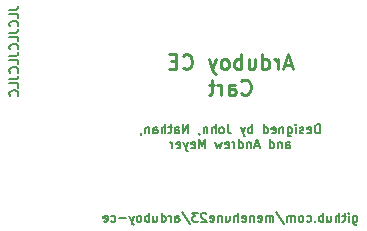
<source format=gbr>
G04 #@! TF.GenerationSoftware,KiCad,Pcbnew,(5.1.9-0-10_14)*
G04 #@! TF.CreationDate,2021-03-08T07:24:15-08:00*
G04 #@! TF.ProjectId,cart,63617274-2e6b-4696-9361-645f70636258,1.0-dev0*
G04 #@! TF.SameCoordinates,Original*
G04 #@! TF.FileFunction,Legend,Bot*
G04 #@! TF.FilePolarity,Positive*
%FSLAX46Y46*%
G04 Gerber Fmt 4.6, Leading zero omitted, Abs format (unit mm)*
G04 Created by KiCad (PCBNEW (5.1.9-0-10_14)) date 2021-03-08 07:24:15*
%MOMM*%
%LPD*%
G01*
G04 APERTURE LIST*
%ADD10C,0.127000*%
%ADD11C,0.254000*%
G04 APERTURE END LIST*
D10*
X120994714Y-104684285D02*
X121539000Y-104684285D01*
X121647857Y-104648000D01*
X121720428Y-104575428D01*
X121756714Y-104466571D01*
X121756714Y-104394000D01*
X121756714Y-105410000D02*
X121756714Y-105047142D01*
X120994714Y-105047142D01*
X121684142Y-106099428D02*
X121720428Y-106063142D01*
X121756714Y-105954285D01*
X121756714Y-105881714D01*
X121720428Y-105772857D01*
X121647857Y-105700285D01*
X121575285Y-105664000D01*
X121430142Y-105627714D01*
X121321285Y-105627714D01*
X121176142Y-105664000D01*
X121103571Y-105700285D01*
X121031000Y-105772857D01*
X120994714Y-105881714D01*
X120994714Y-105954285D01*
X121031000Y-106063142D01*
X121067285Y-106099428D01*
X120994714Y-106643714D02*
X121539000Y-106643714D01*
X121647857Y-106607428D01*
X121720428Y-106534857D01*
X121756714Y-106426000D01*
X121756714Y-106353428D01*
X121756714Y-107369428D02*
X121756714Y-107006571D01*
X120994714Y-107006571D01*
X121684142Y-108058857D02*
X121720428Y-108022571D01*
X121756714Y-107913714D01*
X121756714Y-107841142D01*
X121720428Y-107732285D01*
X121647857Y-107659714D01*
X121575285Y-107623428D01*
X121430142Y-107587142D01*
X121321285Y-107587142D01*
X121176142Y-107623428D01*
X121103571Y-107659714D01*
X121031000Y-107732285D01*
X120994714Y-107841142D01*
X120994714Y-107913714D01*
X121031000Y-108022571D01*
X121067285Y-108058857D01*
X120994714Y-108603142D02*
X121539000Y-108603142D01*
X121647857Y-108566857D01*
X121720428Y-108494285D01*
X121756714Y-108385428D01*
X121756714Y-108312857D01*
X121756714Y-109328857D02*
X121756714Y-108966000D01*
X120994714Y-108966000D01*
X121684142Y-110018285D02*
X121720428Y-109982000D01*
X121756714Y-109873142D01*
X121756714Y-109800571D01*
X121720428Y-109691714D01*
X121647857Y-109619142D01*
X121575285Y-109582857D01*
X121430142Y-109546571D01*
X121321285Y-109546571D01*
X121176142Y-109582857D01*
X121103571Y-109619142D01*
X121031000Y-109691714D01*
X120994714Y-109800571D01*
X120994714Y-109873142D01*
X121031000Y-109982000D01*
X121067285Y-110018285D01*
X120994714Y-110562571D02*
X121539000Y-110562571D01*
X121647857Y-110526285D01*
X121720428Y-110453714D01*
X121756714Y-110344857D01*
X121756714Y-110272285D01*
X121756714Y-111288285D02*
X121756714Y-110925428D01*
X120994714Y-110925428D01*
X121684142Y-111977714D02*
X121720428Y-111941428D01*
X121756714Y-111832571D01*
X121756714Y-111760000D01*
X121720428Y-111651142D01*
X121647857Y-111578571D01*
X121575285Y-111542285D01*
X121430142Y-111506000D01*
X121321285Y-111506000D01*
X121176142Y-111542285D01*
X121103571Y-111578571D01*
X121031000Y-111651142D01*
X120994714Y-111760000D01*
X120994714Y-111832571D01*
X121031000Y-111941428D01*
X121067285Y-111977714D01*
X150095857Y-122137714D02*
X150095857Y-122754571D01*
X150132142Y-122827142D01*
X150168428Y-122863428D01*
X150241000Y-122899714D01*
X150349857Y-122899714D01*
X150422428Y-122863428D01*
X150095857Y-122609428D02*
X150168428Y-122645714D01*
X150313571Y-122645714D01*
X150386142Y-122609428D01*
X150422428Y-122573142D01*
X150458714Y-122500571D01*
X150458714Y-122282857D01*
X150422428Y-122210285D01*
X150386142Y-122174000D01*
X150313571Y-122137714D01*
X150168428Y-122137714D01*
X150095857Y-122174000D01*
X149733000Y-122645714D02*
X149733000Y-122137714D01*
X149733000Y-121883714D02*
X149769285Y-121920000D01*
X149733000Y-121956285D01*
X149696714Y-121920000D01*
X149733000Y-121883714D01*
X149733000Y-121956285D01*
X149479000Y-122137714D02*
X149188714Y-122137714D01*
X149370142Y-121883714D02*
X149370142Y-122536857D01*
X149333857Y-122609428D01*
X149261285Y-122645714D01*
X149188714Y-122645714D01*
X148934714Y-122645714D02*
X148934714Y-121883714D01*
X148608142Y-122645714D02*
X148608142Y-122246571D01*
X148644428Y-122174000D01*
X148717000Y-122137714D01*
X148825857Y-122137714D01*
X148898428Y-122174000D01*
X148934714Y-122210285D01*
X147918714Y-122137714D02*
X147918714Y-122645714D01*
X148245285Y-122137714D02*
X148245285Y-122536857D01*
X148209000Y-122609428D01*
X148136428Y-122645714D01*
X148027571Y-122645714D01*
X147955000Y-122609428D01*
X147918714Y-122573142D01*
X147555857Y-122645714D02*
X147555857Y-121883714D01*
X147555857Y-122174000D02*
X147483285Y-122137714D01*
X147338142Y-122137714D01*
X147265571Y-122174000D01*
X147229285Y-122210285D01*
X147193000Y-122282857D01*
X147193000Y-122500571D01*
X147229285Y-122573142D01*
X147265571Y-122609428D01*
X147338142Y-122645714D01*
X147483285Y-122645714D01*
X147555857Y-122609428D01*
X146866428Y-122573142D02*
X146830142Y-122609428D01*
X146866428Y-122645714D01*
X146902714Y-122609428D01*
X146866428Y-122573142D01*
X146866428Y-122645714D01*
X146177000Y-122609428D02*
X146249571Y-122645714D01*
X146394714Y-122645714D01*
X146467285Y-122609428D01*
X146503571Y-122573142D01*
X146539857Y-122500571D01*
X146539857Y-122282857D01*
X146503571Y-122210285D01*
X146467285Y-122174000D01*
X146394714Y-122137714D01*
X146249571Y-122137714D01*
X146177000Y-122174000D01*
X145741571Y-122645714D02*
X145814142Y-122609428D01*
X145850428Y-122573142D01*
X145886714Y-122500571D01*
X145886714Y-122282857D01*
X145850428Y-122210285D01*
X145814142Y-122174000D01*
X145741571Y-122137714D01*
X145632714Y-122137714D01*
X145560142Y-122174000D01*
X145523857Y-122210285D01*
X145487571Y-122282857D01*
X145487571Y-122500571D01*
X145523857Y-122573142D01*
X145560142Y-122609428D01*
X145632714Y-122645714D01*
X145741571Y-122645714D01*
X145161000Y-122645714D02*
X145161000Y-122137714D01*
X145161000Y-122210285D02*
X145124714Y-122174000D01*
X145052142Y-122137714D01*
X144943285Y-122137714D01*
X144870714Y-122174000D01*
X144834428Y-122246571D01*
X144834428Y-122645714D01*
X144834428Y-122246571D02*
X144798142Y-122174000D01*
X144725571Y-122137714D01*
X144616714Y-122137714D01*
X144544142Y-122174000D01*
X144507857Y-122246571D01*
X144507857Y-122645714D01*
X143600714Y-121847428D02*
X144253857Y-122827142D01*
X143346714Y-122645714D02*
X143346714Y-122137714D01*
X143346714Y-122210285D02*
X143310428Y-122174000D01*
X143237857Y-122137714D01*
X143129000Y-122137714D01*
X143056428Y-122174000D01*
X143020142Y-122246571D01*
X143020142Y-122645714D01*
X143020142Y-122246571D02*
X142983857Y-122174000D01*
X142911285Y-122137714D01*
X142802428Y-122137714D01*
X142729857Y-122174000D01*
X142693571Y-122246571D01*
X142693571Y-122645714D01*
X142040428Y-122609428D02*
X142113000Y-122645714D01*
X142258142Y-122645714D01*
X142330714Y-122609428D01*
X142367000Y-122536857D01*
X142367000Y-122246571D01*
X142330714Y-122174000D01*
X142258142Y-122137714D01*
X142113000Y-122137714D01*
X142040428Y-122174000D01*
X142004142Y-122246571D01*
X142004142Y-122319142D01*
X142367000Y-122391714D01*
X141677571Y-122137714D02*
X141677571Y-122645714D01*
X141677571Y-122210285D02*
X141641285Y-122174000D01*
X141568714Y-122137714D01*
X141459857Y-122137714D01*
X141387285Y-122174000D01*
X141351000Y-122246571D01*
X141351000Y-122645714D01*
X140697857Y-122609428D02*
X140770428Y-122645714D01*
X140915571Y-122645714D01*
X140988142Y-122609428D01*
X141024428Y-122536857D01*
X141024428Y-122246571D01*
X140988142Y-122174000D01*
X140915571Y-122137714D01*
X140770428Y-122137714D01*
X140697857Y-122174000D01*
X140661571Y-122246571D01*
X140661571Y-122319142D01*
X141024428Y-122391714D01*
X140335000Y-122645714D02*
X140335000Y-121883714D01*
X140008428Y-122645714D02*
X140008428Y-122246571D01*
X140044714Y-122174000D01*
X140117285Y-122137714D01*
X140226142Y-122137714D01*
X140298714Y-122174000D01*
X140335000Y-122210285D01*
X139319000Y-122137714D02*
X139319000Y-122645714D01*
X139645571Y-122137714D02*
X139645571Y-122536857D01*
X139609285Y-122609428D01*
X139536714Y-122645714D01*
X139427857Y-122645714D01*
X139355285Y-122609428D01*
X139319000Y-122573142D01*
X138956142Y-122137714D02*
X138956142Y-122645714D01*
X138956142Y-122210285D02*
X138919857Y-122174000D01*
X138847285Y-122137714D01*
X138738428Y-122137714D01*
X138665857Y-122174000D01*
X138629571Y-122246571D01*
X138629571Y-122645714D01*
X137976428Y-122609428D02*
X138049000Y-122645714D01*
X138194142Y-122645714D01*
X138266714Y-122609428D01*
X138303000Y-122536857D01*
X138303000Y-122246571D01*
X138266714Y-122174000D01*
X138194142Y-122137714D01*
X138049000Y-122137714D01*
X137976428Y-122174000D01*
X137940142Y-122246571D01*
X137940142Y-122319142D01*
X138303000Y-122391714D01*
X137649857Y-121956285D02*
X137613571Y-121920000D01*
X137541000Y-121883714D01*
X137359571Y-121883714D01*
X137287000Y-121920000D01*
X137250714Y-121956285D01*
X137214428Y-122028857D01*
X137214428Y-122101428D01*
X137250714Y-122210285D01*
X137686142Y-122645714D01*
X137214428Y-122645714D01*
X136960428Y-121883714D02*
X136488714Y-121883714D01*
X136742714Y-122174000D01*
X136633857Y-122174000D01*
X136561285Y-122210285D01*
X136525000Y-122246571D01*
X136488714Y-122319142D01*
X136488714Y-122500571D01*
X136525000Y-122573142D01*
X136561285Y-122609428D01*
X136633857Y-122645714D01*
X136851571Y-122645714D01*
X136924142Y-122609428D01*
X136960428Y-122573142D01*
X135617857Y-121847428D02*
X136271000Y-122827142D01*
X135037285Y-122645714D02*
X135037285Y-122246571D01*
X135073571Y-122174000D01*
X135146142Y-122137714D01*
X135291285Y-122137714D01*
X135363857Y-122174000D01*
X135037285Y-122609428D02*
X135109857Y-122645714D01*
X135291285Y-122645714D01*
X135363857Y-122609428D01*
X135400142Y-122536857D01*
X135400142Y-122464285D01*
X135363857Y-122391714D01*
X135291285Y-122355428D01*
X135109857Y-122355428D01*
X135037285Y-122319142D01*
X134674428Y-122645714D02*
X134674428Y-122137714D01*
X134674428Y-122282857D02*
X134638142Y-122210285D01*
X134601857Y-122174000D01*
X134529285Y-122137714D01*
X134456714Y-122137714D01*
X133876142Y-122645714D02*
X133876142Y-121883714D01*
X133876142Y-122609428D02*
X133948714Y-122645714D01*
X134093857Y-122645714D01*
X134166428Y-122609428D01*
X134202714Y-122573142D01*
X134239000Y-122500571D01*
X134239000Y-122282857D01*
X134202714Y-122210285D01*
X134166428Y-122174000D01*
X134093857Y-122137714D01*
X133948714Y-122137714D01*
X133876142Y-122174000D01*
X133186714Y-122137714D02*
X133186714Y-122645714D01*
X133513285Y-122137714D02*
X133513285Y-122536857D01*
X133477000Y-122609428D01*
X133404428Y-122645714D01*
X133295571Y-122645714D01*
X133223000Y-122609428D01*
X133186714Y-122573142D01*
X132823857Y-122645714D02*
X132823857Y-121883714D01*
X132823857Y-122174000D02*
X132751285Y-122137714D01*
X132606142Y-122137714D01*
X132533571Y-122174000D01*
X132497285Y-122210285D01*
X132461000Y-122282857D01*
X132461000Y-122500571D01*
X132497285Y-122573142D01*
X132533571Y-122609428D01*
X132606142Y-122645714D01*
X132751285Y-122645714D01*
X132823857Y-122609428D01*
X132025571Y-122645714D02*
X132098142Y-122609428D01*
X132134428Y-122573142D01*
X132170714Y-122500571D01*
X132170714Y-122282857D01*
X132134428Y-122210285D01*
X132098142Y-122174000D01*
X132025571Y-122137714D01*
X131916714Y-122137714D01*
X131844142Y-122174000D01*
X131807857Y-122210285D01*
X131771571Y-122282857D01*
X131771571Y-122500571D01*
X131807857Y-122573142D01*
X131844142Y-122609428D01*
X131916714Y-122645714D01*
X132025571Y-122645714D01*
X131517571Y-122137714D02*
X131336142Y-122645714D01*
X131154714Y-122137714D02*
X131336142Y-122645714D01*
X131408714Y-122827142D01*
X131445000Y-122863428D01*
X131517571Y-122899714D01*
X130864428Y-122355428D02*
X130283857Y-122355428D01*
X129594428Y-122609428D02*
X129667000Y-122645714D01*
X129812142Y-122645714D01*
X129884714Y-122609428D01*
X129921000Y-122573142D01*
X129957285Y-122500571D01*
X129957285Y-122282857D01*
X129921000Y-122210285D01*
X129884714Y-122174000D01*
X129812142Y-122137714D01*
X129667000Y-122137714D01*
X129594428Y-122174000D01*
X128977571Y-122609428D02*
X129050142Y-122645714D01*
X129195285Y-122645714D01*
X129267857Y-122609428D01*
X129304142Y-122536857D01*
X129304142Y-122246571D01*
X129267857Y-122174000D01*
X129195285Y-122137714D01*
X129050142Y-122137714D01*
X128977571Y-122174000D01*
X128941285Y-122246571D01*
X128941285Y-122319142D01*
X129304142Y-122391714D01*
X147265571Y-115152714D02*
X147265571Y-114390714D01*
X147084142Y-114390714D01*
X146975285Y-114427000D01*
X146902714Y-114499571D01*
X146866428Y-114572142D01*
X146830142Y-114717285D01*
X146830142Y-114826142D01*
X146866428Y-114971285D01*
X146902714Y-115043857D01*
X146975285Y-115116428D01*
X147084142Y-115152714D01*
X147265571Y-115152714D01*
X146213285Y-115116428D02*
X146285857Y-115152714D01*
X146431000Y-115152714D01*
X146503571Y-115116428D01*
X146539857Y-115043857D01*
X146539857Y-114753571D01*
X146503571Y-114681000D01*
X146431000Y-114644714D01*
X146285857Y-114644714D01*
X146213285Y-114681000D01*
X146177000Y-114753571D01*
X146177000Y-114826142D01*
X146539857Y-114898714D01*
X145886714Y-115116428D02*
X145814142Y-115152714D01*
X145669000Y-115152714D01*
X145596428Y-115116428D01*
X145560142Y-115043857D01*
X145560142Y-115007571D01*
X145596428Y-114935000D01*
X145669000Y-114898714D01*
X145777857Y-114898714D01*
X145850428Y-114862428D01*
X145886714Y-114789857D01*
X145886714Y-114753571D01*
X145850428Y-114681000D01*
X145777857Y-114644714D01*
X145669000Y-114644714D01*
X145596428Y-114681000D01*
X145233571Y-115152714D02*
X145233571Y-114644714D01*
X145233571Y-114390714D02*
X145269857Y-114427000D01*
X145233571Y-114463285D01*
X145197285Y-114427000D01*
X145233571Y-114390714D01*
X145233571Y-114463285D01*
X144544142Y-114644714D02*
X144544142Y-115261571D01*
X144580428Y-115334142D01*
X144616714Y-115370428D01*
X144689285Y-115406714D01*
X144798142Y-115406714D01*
X144870714Y-115370428D01*
X144544142Y-115116428D02*
X144616714Y-115152714D01*
X144761857Y-115152714D01*
X144834428Y-115116428D01*
X144870714Y-115080142D01*
X144907000Y-115007571D01*
X144907000Y-114789857D01*
X144870714Y-114717285D01*
X144834428Y-114681000D01*
X144761857Y-114644714D01*
X144616714Y-114644714D01*
X144544142Y-114681000D01*
X144181285Y-114644714D02*
X144181285Y-115152714D01*
X144181285Y-114717285D02*
X144145000Y-114681000D01*
X144072428Y-114644714D01*
X143963571Y-114644714D01*
X143891000Y-114681000D01*
X143854714Y-114753571D01*
X143854714Y-115152714D01*
X143201571Y-115116428D02*
X143274142Y-115152714D01*
X143419285Y-115152714D01*
X143491857Y-115116428D01*
X143528142Y-115043857D01*
X143528142Y-114753571D01*
X143491857Y-114681000D01*
X143419285Y-114644714D01*
X143274142Y-114644714D01*
X143201571Y-114681000D01*
X143165285Y-114753571D01*
X143165285Y-114826142D01*
X143528142Y-114898714D01*
X142512142Y-115152714D02*
X142512142Y-114390714D01*
X142512142Y-115116428D02*
X142584714Y-115152714D01*
X142729857Y-115152714D01*
X142802428Y-115116428D01*
X142838714Y-115080142D01*
X142875000Y-115007571D01*
X142875000Y-114789857D01*
X142838714Y-114717285D01*
X142802428Y-114681000D01*
X142729857Y-114644714D01*
X142584714Y-114644714D01*
X142512142Y-114681000D01*
X141568714Y-115152714D02*
X141568714Y-114390714D01*
X141568714Y-114681000D02*
X141496142Y-114644714D01*
X141351000Y-114644714D01*
X141278428Y-114681000D01*
X141242142Y-114717285D01*
X141205857Y-114789857D01*
X141205857Y-115007571D01*
X141242142Y-115080142D01*
X141278428Y-115116428D01*
X141351000Y-115152714D01*
X141496142Y-115152714D01*
X141568714Y-115116428D01*
X140951857Y-114644714D02*
X140770428Y-115152714D01*
X140589000Y-114644714D02*
X140770428Y-115152714D01*
X140843000Y-115334142D01*
X140879285Y-115370428D01*
X140951857Y-115406714D01*
X139500428Y-114390714D02*
X139500428Y-114935000D01*
X139536714Y-115043857D01*
X139609285Y-115116428D01*
X139718142Y-115152714D01*
X139790714Y-115152714D01*
X139028714Y-115152714D02*
X139101285Y-115116428D01*
X139137571Y-115080142D01*
X139173857Y-115007571D01*
X139173857Y-114789857D01*
X139137571Y-114717285D01*
X139101285Y-114681000D01*
X139028714Y-114644714D01*
X138919857Y-114644714D01*
X138847285Y-114681000D01*
X138811000Y-114717285D01*
X138774714Y-114789857D01*
X138774714Y-115007571D01*
X138811000Y-115080142D01*
X138847285Y-115116428D01*
X138919857Y-115152714D01*
X139028714Y-115152714D01*
X138448142Y-115152714D02*
X138448142Y-114390714D01*
X138121571Y-115152714D02*
X138121571Y-114753571D01*
X138157857Y-114681000D01*
X138230428Y-114644714D01*
X138339285Y-114644714D01*
X138411857Y-114681000D01*
X138448142Y-114717285D01*
X137758714Y-114644714D02*
X137758714Y-115152714D01*
X137758714Y-114717285D02*
X137722428Y-114681000D01*
X137649857Y-114644714D01*
X137541000Y-114644714D01*
X137468428Y-114681000D01*
X137432142Y-114753571D01*
X137432142Y-115152714D01*
X137033000Y-115116428D02*
X137033000Y-115152714D01*
X137069285Y-115225285D01*
X137105571Y-115261571D01*
X136125857Y-115152714D02*
X136125857Y-114390714D01*
X135690428Y-115152714D01*
X135690428Y-114390714D01*
X135001000Y-115152714D02*
X135001000Y-114753571D01*
X135037285Y-114681000D01*
X135109857Y-114644714D01*
X135255000Y-114644714D01*
X135327571Y-114681000D01*
X135001000Y-115116428D02*
X135073571Y-115152714D01*
X135255000Y-115152714D01*
X135327571Y-115116428D01*
X135363857Y-115043857D01*
X135363857Y-114971285D01*
X135327571Y-114898714D01*
X135255000Y-114862428D01*
X135073571Y-114862428D01*
X135001000Y-114826142D01*
X134747000Y-114644714D02*
X134456714Y-114644714D01*
X134638142Y-114390714D02*
X134638142Y-115043857D01*
X134601857Y-115116428D01*
X134529285Y-115152714D01*
X134456714Y-115152714D01*
X134202714Y-115152714D02*
X134202714Y-114390714D01*
X133876142Y-115152714D02*
X133876142Y-114753571D01*
X133912428Y-114681000D01*
X133985000Y-114644714D01*
X134093857Y-114644714D01*
X134166428Y-114681000D01*
X134202714Y-114717285D01*
X133186714Y-115152714D02*
X133186714Y-114753571D01*
X133223000Y-114681000D01*
X133295571Y-114644714D01*
X133440714Y-114644714D01*
X133513285Y-114681000D01*
X133186714Y-115116428D02*
X133259285Y-115152714D01*
X133440714Y-115152714D01*
X133513285Y-115116428D01*
X133549571Y-115043857D01*
X133549571Y-114971285D01*
X133513285Y-114898714D01*
X133440714Y-114862428D01*
X133259285Y-114862428D01*
X133186714Y-114826142D01*
X132823857Y-114644714D02*
X132823857Y-115152714D01*
X132823857Y-114717285D02*
X132787571Y-114681000D01*
X132715000Y-114644714D01*
X132606142Y-114644714D01*
X132533571Y-114681000D01*
X132497285Y-114753571D01*
X132497285Y-115152714D01*
X132098142Y-115116428D02*
X132098142Y-115152714D01*
X132134428Y-115225285D01*
X132170714Y-115261571D01*
X144399000Y-116422714D02*
X144399000Y-116023571D01*
X144435285Y-115951000D01*
X144507857Y-115914714D01*
X144653000Y-115914714D01*
X144725571Y-115951000D01*
X144399000Y-116386428D02*
X144471571Y-116422714D01*
X144653000Y-116422714D01*
X144725571Y-116386428D01*
X144761857Y-116313857D01*
X144761857Y-116241285D01*
X144725571Y-116168714D01*
X144653000Y-116132428D01*
X144471571Y-116132428D01*
X144399000Y-116096142D01*
X144036142Y-115914714D02*
X144036142Y-116422714D01*
X144036142Y-115987285D02*
X143999857Y-115951000D01*
X143927285Y-115914714D01*
X143818428Y-115914714D01*
X143745857Y-115951000D01*
X143709571Y-116023571D01*
X143709571Y-116422714D01*
X143020142Y-116422714D02*
X143020142Y-115660714D01*
X143020142Y-116386428D02*
X143092714Y-116422714D01*
X143237857Y-116422714D01*
X143310428Y-116386428D01*
X143346714Y-116350142D01*
X143383000Y-116277571D01*
X143383000Y-116059857D01*
X143346714Y-115987285D01*
X143310428Y-115951000D01*
X143237857Y-115914714D01*
X143092714Y-115914714D01*
X143020142Y-115951000D01*
X142113000Y-116205000D02*
X141750142Y-116205000D01*
X142185571Y-116422714D02*
X141931571Y-115660714D01*
X141677571Y-116422714D01*
X141423571Y-115914714D02*
X141423571Y-116422714D01*
X141423571Y-115987285D02*
X141387285Y-115951000D01*
X141314714Y-115914714D01*
X141205857Y-115914714D01*
X141133285Y-115951000D01*
X141097000Y-116023571D01*
X141097000Y-116422714D01*
X140407571Y-116422714D02*
X140407571Y-115660714D01*
X140407571Y-116386428D02*
X140480142Y-116422714D01*
X140625285Y-116422714D01*
X140697857Y-116386428D01*
X140734142Y-116350142D01*
X140770428Y-116277571D01*
X140770428Y-116059857D01*
X140734142Y-115987285D01*
X140697857Y-115951000D01*
X140625285Y-115914714D01*
X140480142Y-115914714D01*
X140407571Y-115951000D01*
X140044714Y-116422714D02*
X140044714Y-115914714D01*
X140044714Y-116059857D02*
X140008428Y-115987285D01*
X139972142Y-115951000D01*
X139899571Y-115914714D01*
X139827000Y-115914714D01*
X139282714Y-116386428D02*
X139355285Y-116422714D01*
X139500428Y-116422714D01*
X139573000Y-116386428D01*
X139609285Y-116313857D01*
X139609285Y-116023571D01*
X139573000Y-115951000D01*
X139500428Y-115914714D01*
X139355285Y-115914714D01*
X139282714Y-115951000D01*
X139246428Y-116023571D01*
X139246428Y-116096142D01*
X139609285Y-116168714D01*
X138992428Y-115914714D02*
X138847285Y-116422714D01*
X138702142Y-116059857D01*
X138557000Y-116422714D01*
X138411857Y-115914714D01*
X137541000Y-116422714D02*
X137541000Y-115660714D01*
X137287000Y-116205000D01*
X137033000Y-115660714D01*
X137033000Y-116422714D01*
X136379857Y-116386428D02*
X136452428Y-116422714D01*
X136597571Y-116422714D01*
X136670142Y-116386428D01*
X136706428Y-116313857D01*
X136706428Y-116023571D01*
X136670142Y-115951000D01*
X136597571Y-115914714D01*
X136452428Y-115914714D01*
X136379857Y-115951000D01*
X136343571Y-116023571D01*
X136343571Y-116096142D01*
X136706428Y-116168714D01*
X136089571Y-115914714D02*
X135908142Y-116422714D01*
X135726714Y-115914714D02*
X135908142Y-116422714D01*
X135980714Y-116604142D01*
X136017000Y-116640428D01*
X136089571Y-116676714D01*
X135146142Y-116386428D02*
X135218714Y-116422714D01*
X135363857Y-116422714D01*
X135436428Y-116386428D01*
X135472714Y-116313857D01*
X135472714Y-116023571D01*
X135436428Y-115951000D01*
X135363857Y-115914714D01*
X135218714Y-115914714D01*
X135146142Y-115951000D01*
X135109857Y-116023571D01*
X135109857Y-116096142D01*
X135472714Y-116168714D01*
X134783285Y-116422714D02*
X134783285Y-115914714D01*
X134783285Y-116059857D02*
X134747000Y-115987285D01*
X134710714Y-115951000D01*
X134638142Y-115914714D01*
X134565571Y-115914714D01*
D11*
X144870714Y-109368166D02*
X144265952Y-109368166D01*
X144991666Y-109731023D02*
X144568333Y-108461023D01*
X144145000Y-109731023D01*
X143721666Y-109731023D02*
X143721666Y-108884357D01*
X143721666Y-109126261D02*
X143661190Y-109005309D01*
X143600714Y-108944833D01*
X143479761Y-108884357D01*
X143358809Y-108884357D01*
X142391190Y-109731023D02*
X142391190Y-108461023D01*
X142391190Y-109670547D02*
X142512142Y-109731023D01*
X142754047Y-109731023D01*
X142875000Y-109670547D01*
X142935476Y-109610071D01*
X142995952Y-109489119D01*
X142995952Y-109126261D01*
X142935476Y-109005309D01*
X142875000Y-108944833D01*
X142754047Y-108884357D01*
X142512142Y-108884357D01*
X142391190Y-108944833D01*
X141242142Y-108884357D02*
X141242142Y-109731023D01*
X141786428Y-108884357D02*
X141786428Y-109549595D01*
X141725952Y-109670547D01*
X141605000Y-109731023D01*
X141423571Y-109731023D01*
X141302619Y-109670547D01*
X141242142Y-109610071D01*
X140637380Y-109731023D02*
X140637380Y-108461023D01*
X140637380Y-108944833D02*
X140516428Y-108884357D01*
X140274523Y-108884357D01*
X140153571Y-108944833D01*
X140093095Y-109005309D01*
X140032619Y-109126261D01*
X140032619Y-109489119D01*
X140093095Y-109610071D01*
X140153571Y-109670547D01*
X140274523Y-109731023D01*
X140516428Y-109731023D01*
X140637380Y-109670547D01*
X139306904Y-109731023D02*
X139427857Y-109670547D01*
X139488333Y-109610071D01*
X139548809Y-109489119D01*
X139548809Y-109126261D01*
X139488333Y-109005309D01*
X139427857Y-108944833D01*
X139306904Y-108884357D01*
X139125476Y-108884357D01*
X139004523Y-108944833D01*
X138944047Y-109005309D01*
X138883571Y-109126261D01*
X138883571Y-109489119D01*
X138944047Y-109610071D01*
X139004523Y-109670547D01*
X139125476Y-109731023D01*
X139306904Y-109731023D01*
X138460238Y-108884357D02*
X138157857Y-109731023D01*
X137855476Y-108884357D02*
X138157857Y-109731023D01*
X138278809Y-110033404D01*
X138339285Y-110093880D01*
X138460238Y-110154357D01*
X135678333Y-109610071D02*
X135738809Y-109670547D01*
X135920238Y-109731023D01*
X136041190Y-109731023D01*
X136222619Y-109670547D01*
X136343571Y-109549595D01*
X136404047Y-109428642D01*
X136464523Y-109186738D01*
X136464523Y-109005309D01*
X136404047Y-108763404D01*
X136343571Y-108642452D01*
X136222619Y-108521500D01*
X136041190Y-108461023D01*
X135920238Y-108461023D01*
X135738809Y-108521500D01*
X135678333Y-108581976D01*
X135134047Y-109065785D02*
X134710714Y-109065785D01*
X134529285Y-109731023D02*
X135134047Y-109731023D01*
X135134047Y-108461023D01*
X134529285Y-108461023D01*
X140637380Y-111769071D02*
X140697857Y-111829547D01*
X140879285Y-111890023D01*
X141000238Y-111890023D01*
X141181666Y-111829547D01*
X141302619Y-111708595D01*
X141363095Y-111587642D01*
X141423571Y-111345738D01*
X141423571Y-111164309D01*
X141363095Y-110922404D01*
X141302619Y-110801452D01*
X141181666Y-110680500D01*
X141000238Y-110620023D01*
X140879285Y-110620023D01*
X140697857Y-110680500D01*
X140637380Y-110740976D01*
X139548809Y-111890023D02*
X139548809Y-111224785D01*
X139609285Y-111103833D01*
X139730238Y-111043357D01*
X139972142Y-111043357D01*
X140093095Y-111103833D01*
X139548809Y-111829547D02*
X139669761Y-111890023D01*
X139972142Y-111890023D01*
X140093095Y-111829547D01*
X140153571Y-111708595D01*
X140153571Y-111587642D01*
X140093095Y-111466690D01*
X139972142Y-111406214D01*
X139669761Y-111406214D01*
X139548809Y-111345738D01*
X138944047Y-111890023D02*
X138944047Y-111043357D01*
X138944047Y-111285261D02*
X138883571Y-111164309D01*
X138823095Y-111103833D01*
X138702142Y-111043357D01*
X138581190Y-111043357D01*
X138339285Y-111043357D02*
X137855476Y-111043357D01*
X138157857Y-110620023D02*
X138157857Y-111708595D01*
X138097380Y-111829547D01*
X137976428Y-111890023D01*
X137855476Y-111890023D01*
M02*

</source>
